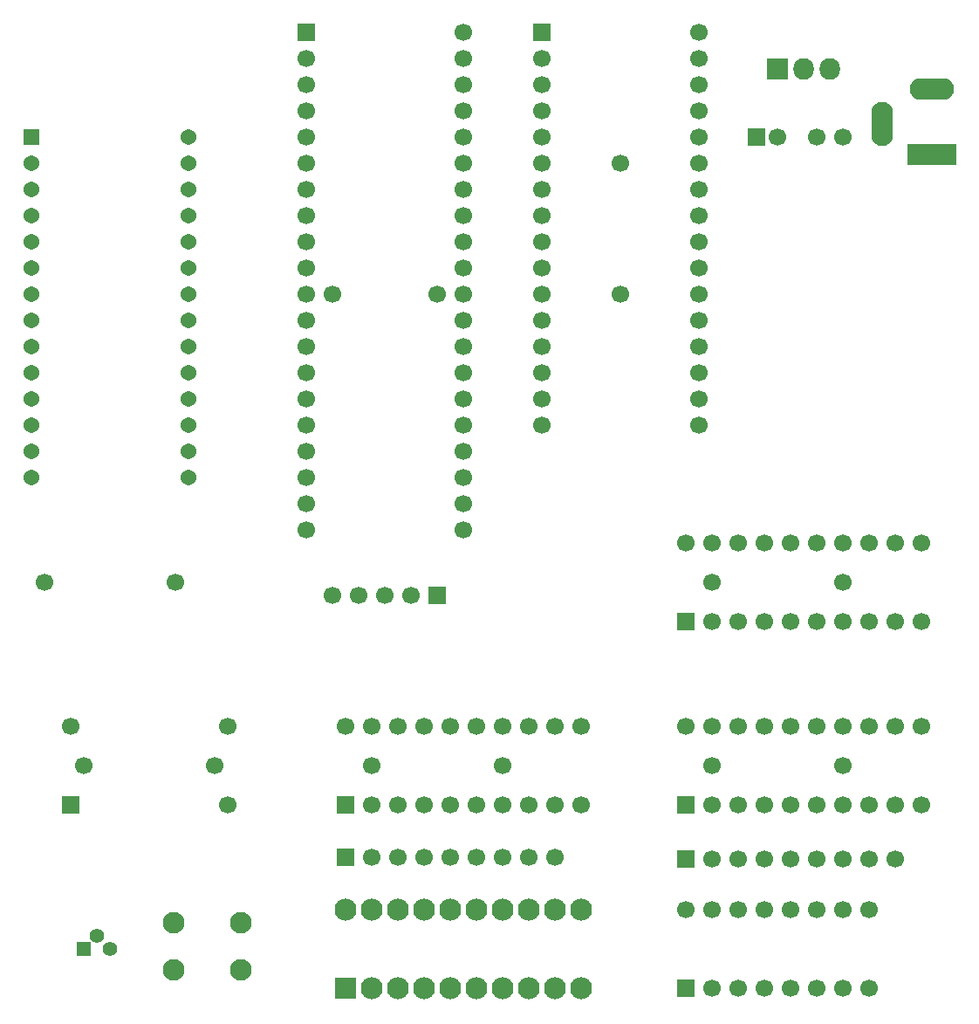
<source format=gbr>
%TF.GenerationSoftware,Novarm,DipTrace,4.3.0.4*%
%TF.CreationDate,2023-07-19T19:22:10+01:00*%
%FSLAX26Y26*%
%MOIN*%
%TF.FileFunction,Soldermask,Bot*%
%TF.Part,Single*%
%ADD42O,0.078937X0.082677*%
%ADD44R,0.078937X0.082677*%
%ADD46C,0.083937*%
%ADD48R,0.083937X0.083937*%
%ADD50C,0.06063*%
%ADD52R,0.06063X0.06063*%
%ADD54O,0.082677X0.169291*%
%ADD56O,0.169291X0.082677*%
%ADD58R,0.185039X0.082677*%
%ADD60C,0.082677*%
%ADD62C,0.055118*%
%ADD64R,0.055118X0.055118*%
%ADD66C,0.066929*%
%ADD68C,0.066929*%
%ADD70R,0.066929X0.066929*%
G75*
G01*
%LPD*%
D70*
X3143701Y543701D3*
D68*
X3243701D3*
X3343701D3*
X3443701D3*
X3543701D3*
X3643701D3*
X3743701D3*
X3843701D3*
Y843701D3*
X3743701D3*
X3643701D3*
X3543701D3*
X3443701D3*
X3343701D3*
X3243701D3*
X3143701D3*
D66*
X2893701Y3693701D3*
Y3193701D3*
D64*
X843701Y693701D3*
D62*
X893701Y743701D3*
X943701Y693701D3*
D70*
X2593701Y4193701D3*
D68*
Y4093701D3*
Y3993701D3*
Y3893701D3*
Y3793701D3*
Y3693701D3*
Y3593701D3*
Y3493701D3*
Y3393701D3*
Y3293701D3*
Y3193701D3*
Y3093701D3*
Y2993701D3*
Y2893701D3*
Y2793701D3*
Y2693701D3*
X3193701D3*
Y2793701D3*
Y2893701D3*
Y2993701D3*
Y3093701D3*
Y3193701D3*
Y3293701D3*
Y3393701D3*
Y3493701D3*
Y3593701D3*
Y3693701D3*
Y3793701D3*
Y3893701D3*
Y3993701D3*
Y4093701D3*
Y4193701D3*
D66*
X3743701Y3793701D3*
X3645276D3*
X1794488Y3193701D3*
X2194488D3*
D60*
X1187795Y793701D3*
X1443701D3*
X1187795Y616535D3*
X1443701D3*
D70*
X2193701Y2043701D3*
D68*
X2093701D3*
X1993701D3*
X1893701D3*
X1793701D3*
D66*
X3243701Y2093701D3*
X3743701D3*
D70*
X793701Y1243701D3*
D66*
X1393701D3*
Y1543701D3*
X793701D3*
D70*
X3143701Y1243701D3*
D68*
X3243701D3*
X3343701D3*
X3443701D3*
X3543701D3*
X3643701D3*
X3743701D3*
X3843701D3*
X3943701D3*
X4043701D3*
Y1543701D3*
X3943701D3*
X3843701D3*
X3743701D3*
X3643701D3*
X3543701D3*
X3443701D3*
X3343701D3*
X3243701D3*
X3143701D3*
D58*
X4082677Y3729528D3*
D56*
Y3977559D3*
D54*
X3893701Y3843701D3*
D70*
X1693701Y4193701D3*
D68*
Y4093701D3*
Y3993701D3*
Y3893701D3*
Y3793701D3*
Y3693701D3*
Y3593701D3*
Y3493701D3*
Y3393701D3*
Y3293701D3*
Y3193701D3*
Y3093701D3*
Y2993701D3*
Y2893701D3*
Y2793701D3*
Y2693701D3*
Y2593701D3*
Y2493701D3*
Y2393701D3*
Y2293701D3*
X2293701D3*
Y2393701D3*
Y2493701D3*
Y2593701D3*
Y2693701D3*
Y2793701D3*
Y2893701D3*
Y2993701D3*
Y3093701D3*
Y3193701D3*
Y3293701D3*
Y3393701D3*
Y3493701D3*
Y3593701D3*
Y3693701D3*
Y3793701D3*
Y3893701D3*
Y3993701D3*
Y4093701D3*
Y4193701D3*
D66*
X3244488Y1393701D3*
X3744488D3*
D52*
X643701Y3793701D3*
D50*
Y3693701D3*
Y3593701D3*
Y3493701D3*
Y3393701D3*
Y3293701D3*
Y3193701D3*
Y3093701D3*
Y2993701D3*
Y2893701D3*
Y2793701D3*
Y2693701D3*
Y2593701D3*
Y2493701D3*
X1243701D3*
Y2593701D3*
Y2693701D3*
Y2793701D3*
Y2893701D3*
Y2993701D3*
Y3093701D3*
Y3193701D3*
Y3293701D3*
Y3393701D3*
Y3493701D3*
Y3593701D3*
Y3693701D3*
Y3793701D3*
D66*
X843701Y1393701D3*
X1343701D3*
X1943701D3*
X2443701D3*
X1193701Y2093701D3*
X693701D3*
D70*
X1843701Y1243701D3*
D68*
X1943701D3*
X2043701D3*
X2143701D3*
X2243701D3*
X2343701D3*
X2443701D3*
X2543701D3*
X2643701D3*
X2743701D3*
Y1543701D3*
X2643701D3*
X2543701D3*
X2443701D3*
X2343701D3*
X2243701D3*
X2143701D3*
X2043701D3*
X1943701D3*
X1843701D3*
D70*
X3414961Y3793701D3*
D66*
X3493701D3*
D70*
X3143701Y1039370D3*
D68*
X3243701D3*
X3343701D3*
X3443701D3*
X3543701D3*
X3643701D3*
X3743701D3*
X3843701D3*
X3943701D3*
D48*
X1843701Y543701D3*
D46*
X1943701D3*
X2043701D3*
X2143701D3*
X2243701D3*
X2343701D3*
X2443701D3*
X2543701D3*
X2643701D3*
X2743701D3*
Y843701D3*
X2643701D3*
X2543701D3*
X2443701D3*
X2343701D3*
X2243701D3*
X2143701D3*
X2043701D3*
X1943701D3*
X1843701D3*
D70*
Y1043701D3*
D68*
X1943701D3*
X2043701D3*
X2143701D3*
X2243701D3*
X2343701D3*
X2443701D3*
X2543701D3*
X2643701D3*
D70*
X3143701Y1943701D3*
D68*
X3243701D3*
X3343701D3*
X3443701D3*
X3543701D3*
X3643701D3*
X3743701D3*
X3843701D3*
X3943701D3*
X4043701D3*
Y2243701D3*
X3943701D3*
X3843701D3*
X3743701D3*
X3643701D3*
X3543701D3*
X3443701D3*
X3343701D3*
X3243701D3*
X3143701D3*
D44*
X3493701Y4056496D3*
D42*
X3593701D3*
X3693701D3*
M02*

</source>
